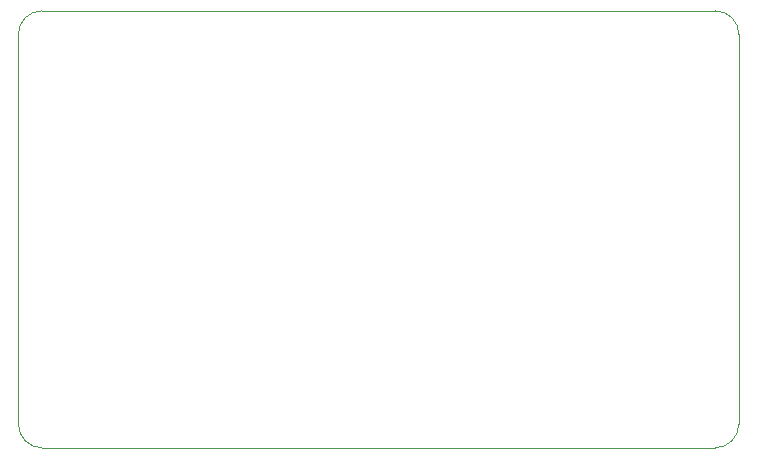
<source format=gm1>
G04 #@! TF.GenerationSoftware,KiCad,Pcbnew,5.1.6-c6e7f7d~87~ubuntu18.04.1*
G04 #@! TF.CreationDate,2020-09-18T13:49:57+09:00*
G04 #@! TF.ProjectId,drone_battery_series_circuit,64726f6e-655f-4626-9174-746572795f73,rev?*
G04 #@! TF.SameCoordinates,PX12d5c70PY13c9eb0*
G04 #@! TF.FileFunction,Profile,NP*
%FSLAX46Y46*%
G04 Gerber Fmt 4.6, Leading zero omitted, Abs format (unit mm)*
G04 Created by KiCad (PCBNEW 5.1.6-c6e7f7d~87~ubuntu18.04.1) date 2020-09-18 13:49:57*
%MOMM*%
%LPD*%
G01*
G04 APERTURE LIST*
G04 #@! TA.AperFunction,Profile*
%ADD10C,0.050000*%
G04 #@! TD*
G04 APERTURE END LIST*
D10*
X59250000Y-37250000D02*
X53750000Y-37250000D01*
X2250000Y-250000D02*
X13250000Y-250000D01*
X7750000Y-37250000D02*
X2250000Y-37250000D01*
X61250000Y-35250000D02*
X61250000Y-2250000D01*
X13250000Y-250000D02*
X59250000Y-250000D01*
X250000Y-2250000D02*
G75*
G02*
X2250000Y-250000I2000000J0D01*
G01*
X59250000Y-250000D02*
G75*
G02*
X61250000Y-2250000I0J-2000000D01*
G01*
X61250000Y-35250000D02*
G75*
G02*
X59250000Y-37250000I-2000000J0D01*
G01*
X2250000Y-37250000D02*
G75*
G02*
X250000Y-35250000I0J2000000D01*
G01*
X53750000Y-37250000D02*
X7750000Y-37250000D01*
X250000Y-2250000D02*
X250000Y-35250000D01*
M02*

</source>
